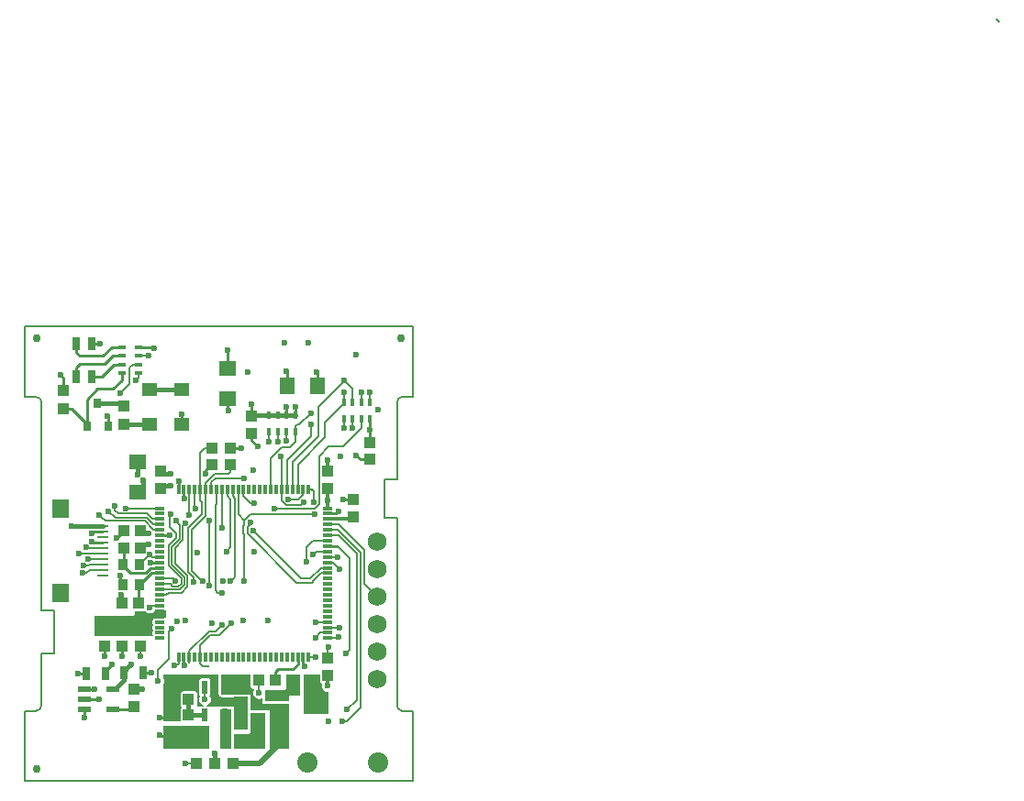
<source format=gbr>
%TF.GenerationSoftware,KiCad,Pcbnew,5.0.2-bee76a0~70~ubuntu18.04.1*%
%TF.CreationDate,2020-02-29T17:30:31-08:00*%
%TF.ProjectId,base,62617365-2e6b-4696-9361-645f70636258,rev?*%
%TF.SameCoordinates,Original*%
%TF.FileFunction,Copper,L1,Top*%
%TF.FilePolarity,Positive*%
%FSLAX46Y46*%
G04 Gerber Fmt 4.6, Leading zero omitted, Abs format (unit mm)*
G04 Created by KiCad (PCBNEW 5.0.2-bee76a0~70~ubuntu18.04.1) date Sat 29 Feb 2020 05:30:31 PM PST*
%MOMM*%
%LPD*%
G01*
G04 APERTURE LIST*
%ADD10C,0.150000*%
%ADD11C,0.750000*%
%ADD12C,1.727200*%
%ADD13R,1.000000X1.100000*%
%ADD14C,1.870000*%
%ADD15R,0.550000X1.200000*%
%ADD16R,0.630000X0.830000*%
%ADD17R,0.800000X0.900000*%
%ADD18R,0.800000X2.000000*%
%ADD19R,1.200000X0.800000*%
%ADD20R,1.000000X1.000000*%
%ADD21R,0.900000X1.000000*%
%ADD22R,0.700000X1.200000*%
%ADD23R,0.450000X0.700000*%
%ADD24R,1.600000X1.400000*%
%ADD25R,0.700000X0.450000*%
%ADD26R,0.300000X0.900000*%
%ADD27R,0.900000X0.300000*%
%ADD28R,0.800000X1.200000*%
%ADD29R,1.400000X1.600000*%
%ADD30R,1.400000X1.200000*%
%ADD31R,1.200000X0.550000*%
%ADD32R,1.100000X1.000000*%
%ADD33R,1.500000X1.700000*%
%ADD34R,1.100000X0.250000*%
%ADD35C,0.600000*%
%ADD36C,0.304800*%
%ADD37C,0.550000*%
%ADD38C,0.203200*%
%ADD39C,0.250000*%
%ADD40C,0.406400*%
%ADD41C,0.160000*%
%ADD42C,0.240000*%
%ADD43C,0.127000*%
%ADD44C,0.254000*%
%ADD45C,0.508000*%
%ADD46C,0.152400*%
%ADD47C,0.063500*%
%ADD48C,0.076200*%
G04 APERTURE END LIST*
D10*
X131000500Y-114280540D02*
X131000500Y-118280540D01*
X162651441Y-102162541D02*
X162651441Y-95050541D01*
X161502382Y-105714800D02*
X162651441Y-105714800D01*
X161502382Y-102162541D02*
X162651441Y-102162541D01*
X129851441Y-123050540D02*
G75*
G02X129351441Y-123550540I-500000J0D01*
G01*
X129351441Y-94550541D02*
G75*
G02X129851441Y-95050541I0J-500000D01*
G01*
X162651441Y-95050541D02*
G75*
G02X163151441Y-94550541I500000J0D01*
G01*
X163151441Y-123550540D02*
G75*
G02X162651441Y-123050540I0J500000D01*
G01*
X128351441Y-88050540D02*
X128351441Y-94550540D01*
X163151441Y-94550541D02*
X164151441Y-94550540D01*
X162651441Y-123050540D02*
X162651441Y-105714800D01*
X164151441Y-123550540D02*
X163151441Y-123550540D01*
X164151441Y-94550540D02*
X164151440Y-88050541D01*
X129851441Y-95050541D02*
X129851441Y-114280540D01*
X128351441Y-94550540D02*
X129351441Y-94550541D01*
X128351441Y-130050540D02*
X162651440Y-130050540D01*
X129851441Y-114280540D02*
X131000500Y-114280540D01*
X161502382Y-102162541D02*
X161502382Y-105714800D01*
X162651440Y-88050540D02*
X128351441Y-88050540D01*
X131000500Y-118280540D02*
X129851441Y-118280540D01*
X128351441Y-123550540D02*
X128351441Y-130050540D01*
X129351441Y-123550540D02*
X128351441Y-123550540D01*
X129851441Y-118280540D02*
X129851441Y-123050540D01*
X162651440Y-130050540D02*
X164151440Y-130050540D01*
X164151440Y-88050541D02*
X162651440Y-88050540D01*
X164151440Y-130050540D02*
X164151441Y-123550540D01*
D11*
X129450000Y-128950000D03*
X129450000Y-89150000D03*
D12*
X160820100Y-120624600D03*
X160820100Y-118084600D03*
X160820100Y-115544600D03*
X160820100Y-113004600D03*
X160820100Y-110464600D03*
X160820100Y-107924600D03*
D13*
X143421100Y-122490600D03*
X143421100Y-120790600D03*
D14*
X160950000Y-128339000D03*
X154350000Y-128339000D03*
D15*
X146784100Y-123956700D03*
X144884100Y-123956700D03*
X144884100Y-121356500D03*
X145834100Y-121356500D03*
X146784100Y-121356500D03*
D13*
X143421100Y-125665600D03*
X143421100Y-123965600D03*
D16*
X149764100Y-126212600D03*
X152064100Y-126212600D03*
D13*
X148247100Y-126300600D03*
X148247100Y-124600600D03*
D17*
X149964100Y-124164600D03*
X151864100Y-124164600D03*
X150914100Y-122064600D03*
D18*
X144834100Y-125958600D03*
X146834100Y-125958600D03*
D19*
X141770100Y-125842600D03*
X141770100Y-124042600D03*
X148247100Y-120867600D03*
X148247100Y-122667600D03*
D20*
X153035100Y-120751600D03*
X154635100Y-120751600D03*
X149860100Y-120751600D03*
X151460100Y-120751600D03*
X158597600Y-104000400D03*
X158597600Y-105600400D03*
D21*
X137376000Y-111898000D03*
X138926000Y-111898000D03*
X137376000Y-110048000D03*
X138926000Y-110048000D03*
D20*
X135674100Y-117614600D03*
X135674100Y-116014600D03*
X138938000Y-106896000D03*
X138938000Y-108496000D03*
X156248100Y-120281600D03*
X156248100Y-118681600D03*
X137325100Y-117614600D03*
X137325100Y-116014600D03*
X138976100Y-117614600D03*
X138976100Y-116014600D03*
X137477500Y-108496000D03*
X137477500Y-106896000D03*
X138849000Y-113601500D03*
X137249000Y-113601500D03*
X140881100Y-101409600D03*
X140881100Y-103009600D03*
X149250000Y-97900000D03*
X149250000Y-96300000D03*
D22*
X134469100Y-92660600D03*
X133069100Y-92660600D03*
X134469100Y-89660600D03*
X133069100Y-89660600D03*
D20*
X156248100Y-101409600D03*
X156248100Y-103009600D03*
D17*
X134089100Y-97240600D03*
X135989100Y-97240600D03*
X135039100Y-95140600D03*
D23*
X153269100Y-97807600D03*
X152469100Y-97807600D03*
X151669100Y-97807600D03*
X150869100Y-97807600D03*
X150869100Y-96257600D03*
X151669100Y-96257600D03*
X152469100Y-96257600D03*
X153269100Y-96257600D03*
X157769100Y-95034600D03*
X158569100Y-95034600D03*
X159369100Y-95034600D03*
X160169100Y-95034600D03*
X160169100Y-96584600D03*
X159369100Y-96584600D03*
X158569100Y-96584600D03*
X157769100Y-96584600D03*
D13*
X137452100Y-97090600D03*
X137452100Y-95390600D03*
D24*
X138722100Y-103355600D03*
X138722100Y-100555600D03*
D25*
X138798600Y-89960600D03*
X138798600Y-90760600D03*
X138798600Y-91560600D03*
X138798600Y-92360600D03*
X137248600Y-92360600D03*
X137248600Y-91560600D03*
X137248600Y-90760600D03*
X137248600Y-89960600D03*
D13*
X131889000Y-95631000D03*
X131889000Y-93931000D03*
D20*
X160150000Y-100350000D03*
X160150000Y-98750000D03*
D26*
X142501100Y-103125600D03*
X143001100Y-103125600D03*
X143501100Y-103125600D03*
X144001100Y-103125600D03*
X144501100Y-103125600D03*
X145001100Y-103125600D03*
X145501100Y-103125600D03*
X146001100Y-103125600D03*
X146501100Y-103125600D03*
X147001100Y-103125600D03*
X147501100Y-103125600D03*
X148001100Y-103125600D03*
X148501100Y-103125600D03*
X149001100Y-103125600D03*
X149501100Y-103125600D03*
X150001100Y-103125600D03*
X150501100Y-103125600D03*
X151001100Y-103125600D03*
X151501100Y-103125600D03*
X152001100Y-103125600D03*
X152501100Y-103125600D03*
X153001100Y-103125600D03*
X153501100Y-103125600D03*
X154001100Y-103125600D03*
X154501100Y-103125600D03*
D27*
X156221100Y-104845600D03*
X156221100Y-105345600D03*
X156221100Y-105845600D03*
X156221100Y-106345600D03*
X156221100Y-106845600D03*
X156221100Y-107345600D03*
X156221100Y-107845600D03*
X156221100Y-108345600D03*
X156221100Y-108845600D03*
X156221100Y-109345600D03*
X156221100Y-109845600D03*
X156221100Y-110345600D03*
X156221100Y-110845600D03*
X156221100Y-111345600D03*
X156221100Y-111845600D03*
X156221100Y-112345600D03*
X156221100Y-112845600D03*
X156221100Y-113345600D03*
X156221100Y-113845600D03*
X156221100Y-114345600D03*
X156221100Y-114845600D03*
X156221100Y-115345600D03*
X156221100Y-115845600D03*
X156221100Y-116345600D03*
X156221100Y-116845600D03*
D26*
X154501100Y-118565600D03*
X154001100Y-118565600D03*
X153501100Y-118565600D03*
X153001100Y-118565600D03*
X152501100Y-118565600D03*
X152001100Y-118565600D03*
X151501100Y-118565600D03*
X151001100Y-118565600D03*
X150501100Y-118565600D03*
X150001100Y-118565600D03*
X149501100Y-118565600D03*
X149001100Y-118565600D03*
X148501100Y-118565600D03*
X148001100Y-118565600D03*
X147501100Y-118565600D03*
X147001100Y-118565600D03*
X146501100Y-118565600D03*
X146001100Y-118565600D03*
X145501100Y-118565600D03*
X145001100Y-118565600D03*
X144501100Y-118565600D03*
X144001100Y-118565600D03*
X143501100Y-118565600D03*
X143001100Y-118565600D03*
X142501100Y-118565600D03*
D27*
X140781100Y-116845600D03*
X140781100Y-116345600D03*
X140781100Y-115845600D03*
X140781100Y-115345600D03*
X140781100Y-114845600D03*
X140781100Y-114345600D03*
X140781100Y-113845600D03*
X140781100Y-113345600D03*
X140781100Y-112845600D03*
X140781100Y-112345600D03*
X140781100Y-111845600D03*
X140781100Y-111345600D03*
X140781100Y-110845600D03*
X140781100Y-110345600D03*
X140781100Y-109845600D03*
X140781100Y-109345600D03*
X140781100Y-108845600D03*
X140781100Y-108345600D03*
X140781100Y-107845600D03*
X140781100Y-107345600D03*
X140781100Y-106845600D03*
X140781100Y-106345600D03*
X140781100Y-105845600D03*
X140781100Y-105345600D03*
X140781100Y-104845600D03*
D28*
X133950000Y-120100000D03*
X135750000Y-120100000D03*
D20*
X138350000Y-121600000D03*
X138350000Y-123200000D03*
D29*
X155300000Y-93550000D03*
X152500000Y-93550000D03*
D28*
X137450000Y-120050000D03*
X139250000Y-120050000D03*
D30*
X142811500Y-93904000D03*
X142811500Y-97104000D03*
X139827000Y-97104000D03*
X139827000Y-93904000D03*
D31*
X136400200Y-121550000D03*
X136400200Y-123450000D03*
X133800000Y-123450000D03*
X133800000Y-122500000D03*
X133800000Y-121550000D03*
D32*
X147508680Y-128401980D03*
X145808680Y-128401980D03*
X145809541Y-128402380D03*
X144109541Y-128402380D03*
D33*
X131609000Y-112675500D03*
X131609000Y-104875500D03*
D34*
X135509000Y-111025500D03*
X135509000Y-110525500D03*
X135509000Y-110025500D03*
X135509000Y-109525500D03*
X135509000Y-109025500D03*
X135509000Y-108525500D03*
X135509000Y-108025500D03*
X135509000Y-107525500D03*
X135509000Y-107025500D03*
X135509000Y-106525500D03*
D32*
X147300000Y-100800000D03*
X145600000Y-100800000D03*
X145600000Y-99300000D03*
X147300000Y-99300000D03*
D24*
X147050000Y-94700000D03*
X147050000Y-91900000D03*
D11*
X163050000Y-89150000D03*
D35*
X156248100Y-121259600D03*
X159369100Y-94158600D03*
X148863000Y-92276900D03*
X148150000Y-123550000D03*
X145834100Y-122656600D03*
X131589000Y-92531000D03*
X135200000Y-122500000D03*
X158900000Y-99950000D03*
X156248100Y-100431600D03*
X157471600Y-100021600D03*
X149800000Y-99150000D03*
X147050000Y-90250000D03*
X139827000Y-113982500D03*
X140779500Y-124206000D03*
X140017500Y-120026711D03*
X137287000Y-118491000D03*
X136334500Y-119253000D03*
X134493000Y-107886500D03*
X134493000Y-107188000D03*
X137096500Y-111061500D03*
X137223500Y-112839500D03*
X139763500Y-107188000D03*
X143002000Y-103949500D03*
X152273000Y-89535000D03*
X152463500Y-92202000D03*
X135953500Y-96329500D03*
X141732000Y-101663504D03*
X138684000Y-101727000D03*
X156337000Y-124523500D03*
X157670500Y-104013000D03*
X149415500Y-101300000D03*
X158851600Y-90614500D03*
X154150000Y-119450000D03*
X139189500Y-121600000D03*
X141675000Y-121225000D03*
X149900000Y-121883309D03*
X142100000Y-119400000D03*
X160900000Y-95700000D03*
X157250000Y-105100000D03*
X139852015Y-109100508D03*
X136779000Y-107569000D03*
X149500000Y-108900000D03*
X146562574Y-111590429D03*
X144257010Y-108904425D03*
X138950000Y-118500000D03*
X151930100Y-121894600D03*
X157924500Y-118237000D03*
X156248100Y-104114600D03*
X157769100Y-97460600D03*
X160169100Y-94158600D03*
X158569100Y-97460600D03*
X156300000Y-117650000D03*
X142750000Y-126700000D03*
X143400000Y-126700000D03*
X139763500Y-108140500D03*
X140716000Y-125793500D03*
X143002000Y-119316500D03*
X134747000Y-121539000D03*
X133223000Y-120078500D03*
X133794500Y-124142500D03*
X147066000Y-95821500D03*
X149225004Y-95250000D03*
X152463500Y-95440500D03*
X153289000Y-95504000D03*
X154432000Y-89535000D03*
X155257500Y-92265500D03*
X148272500Y-99314000D03*
X142811500Y-96139000D03*
X142494000Y-102298500D03*
X141732000Y-102743000D03*
X139255500Y-102235000D03*
X135255000Y-89662000D03*
X155117800Y-118584980D03*
X135700000Y-118550000D03*
X139950000Y-109845600D03*
X143100000Y-115250000D03*
X141700000Y-107350000D03*
X145600000Y-115500000D03*
X148500000Y-115250000D03*
X150750000Y-115250000D03*
X145000000Y-101700000D03*
X143142920Y-128402380D03*
X142350000Y-115300000D03*
X149390100Y-125069600D03*
X150152100Y-125069600D03*
X157769100Y-94158600D03*
X157800000Y-93050000D03*
X140589000Y-120776986D03*
X160121600Y-97637600D03*
X142221604Y-111551579D03*
X141900000Y-115950000D03*
X148526500Y-102050000D03*
X151343682Y-104867182D03*
X154700000Y-96050000D03*
X157350000Y-110450000D03*
X152469100Y-98630900D03*
X151669100Y-98683600D03*
X157200000Y-109350000D03*
X150869100Y-98683600D03*
X151950000Y-100050000D03*
X154022991Y-104298199D03*
X157289500Y-116713006D03*
X133632955Y-110848371D03*
X155151485Y-116800000D03*
X133757078Y-110132033D03*
X157331400Y-115845600D03*
X134175500Y-109537500D03*
X155130516Y-115379500D03*
X133950000Y-108450000D03*
X145350000Y-112000000D03*
X145350000Y-106000000D03*
X143500000Y-105500000D03*
X144100000Y-104900000D03*
X143850000Y-111650000D03*
X144712299Y-111609490D03*
X146550000Y-112650000D03*
X146550000Y-106650000D03*
X146900000Y-108850000D03*
X147289581Y-111592990D03*
X155066509Y-105400000D03*
X148567763Y-111592990D03*
X149500000Y-104350000D03*
X154700000Y-97050000D03*
X152635568Y-104050000D03*
X154950000Y-104250000D03*
X157607004Y-124523500D03*
X158071800Y-123412252D03*
X154300000Y-109750000D03*
X154900000Y-109150000D03*
X149407010Y-106929643D03*
X149150000Y-106150000D03*
X147350000Y-115450000D03*
X146474528Y-115631785D03*
X143100000Y-106200000D03*
X137146799Y-94200000D03*
X142249551Y-105992989D03*
X139750000Y-90750000D03*
X140208000Y-90043000D03*
X141800000Y-105350000D03*
X135191500Y-105473486D03*
X136050000Y-105100000D03*
X136600000Y-104600000D03*
X138557000Y-93027500D03*
X137650000Y-104850000D03*
X155750000Y-122250000D03*
X138112500Y-119253000D03*
X144900000Y-122500000D03*
X133286500Y-109029500D03*
X132588000Y-106489496D03*
X145796034Y-127508000D03*
D36*
X156248100Y-120281600D02*
X156248100Y-121259600D01*
D37*
X145834100Y-121356500D02*
X145834100Y-122656600D01*
D36*
X149860100Y-120751600D02*
X149771100Y-120662600D01*
X156248100Y-101409600D02*
X156248100Y-100431600D01*
D38*
X159369100Y-95034600D02*
X159369100Y-94158600D01*
D39*
X143421100Y-120740600D02*
X143421100Y-120790600D01*
X139250000Y-120050000D02*
X139250000Y-120250000D01*
X142109400Y-120790600D02*
X143421100Y-120790600D01*
X141675000Y-121225000D02*
X141675000Y-121225000D01*
D37*
X145834100Y-122656600D02*
X145834100Y-122656600D01*
D39*
X141300000Y-121600000D02*
X141675000Y-121225000D01*
X131889000Y-93931000D02*
X131889000Y-92831000D01*
X131889000Y-92831000D02*
X131589000Y-92531000D01*
X133800000Y-122500000D02*
X135200000Y-122500000D01*
X135200000Y-122500000D02*
X135200000Y-122500000D01*
X160150000Y-100350000D02*
X159300000Y-100350000D01*
X159300000Y-100350000D02*
X158900000Y-99950000D01*
D36*
X156248100Y-100431600D02*
X156248100Y-100431600D01*
D39*
X149250000Y-97900000D02*
X149250000Y-98600000D01*
X149250000Y-98600000D02*
X149800000Y-99150000D01*
X147050000Y-91900000D02*
X147050000Y-90250000D01*
D38*
X139963900Y-113845600D02*
X139827000Y-113982500D01*
X140781100Y-113845600D02*
X139963900Y-113845600D01*
D39*
X141606700Y-124206000D02*
X140779500Y-124206000D01*
X141770100Y-124042600D02*
X141606700Y-124206000D01*
X139994211Y-120050000D02*
X140017500Y-120026711D01*
X139250000Y-120050000D02*
X139994211Y-120050000D01*
X142501100Y-118565600D02*
X142494000Y-118572700D01*
X137325100Y-117614600D02*
X137325100Y-118452900D01*
X137325100Y-118452900D02*
X137287000Y-118491000D01*
X135750000Y-120100000D02*
X135750000Y-119837500D01*
X135750000Y-119837500D02*
X136334500Y-119253000D01*
X139189500Y-121600000D02*
X139192000Y-121602500D01*
X135509000Y-108025500D02*
X134632000Y-108025500D01*
X134632000Y-108025500D02*
X134493000Y-107886500D01*
X135509000Y-107025500D02*
X134655500Y-107025500D01*
X134655500Y-107025500D02*
X134493000Y-107188000D01*
X137477500Y-106896000D02*
X137452000Y-106896000D01*
X137452000Y-106896000D02*
X136779000Y-107569000D01*
X137096500Y-111618500D02*
X137096500Y-111061500D01*
X137376000Y-111898000D02*
X137096500Y-111618500D01*
X137249000Y-113601500D02*
X137249000Y-112865000D01*
X137249000Y-112865000D02*
X137223500Y-112839500D01*
X139128500Y-107188000D02*
X139763500Y-107188000D01*
X138938000Y-106896000D02*
X138938000Y-106997500D01*
X138938000Y-106997500D02*
X139128500Y-107188000D01*
X143001100Y-103125600D02*
X143001100Y-103948600D01*
X143001100Y-103948600D02*
X143002000Y-103949500D01*
X152500000Y-93550000D02*
X152500000Y-92238500D01*
X152500000Y-92238500D02*
X152463500Y-92202000D01*
X135989100Y-97240600D02*
X135989100Y-96365100D01*
X135989100Y-96365100D02*
X135953500Y-96329500D01*
X154001100Y-119330100D02*
X154051000Y-119380000D01*
X154001100Y-118565600D02*
X154001100Y-119330100D01*
X138950709Y-110023291D02*
X138950709Y-109666200D01*
X138926000Y-110048000D02*
X138950709Y-110023291D01*
D40*
X140881100Y-101409600D02*
X141135004Y-101663504D01*
X141413802Y-101663504D02*
X141732000Y-101663504D01*
X141135004Y-101663504D02*
X141413802Y-101663504D01*
X138722100Y-100555600D02*
X138722100Y-101688900D01*
X138722100Y-101688900D02*
X138684000Y-101727000D01*
D39*
X157683100Y-104000400D02*
X157670500Y-104013000D01*
X158597600Y-104000400D02*
X157683100Y-104000400D01*
D41*
X154001100Y-118565600D02*
X154001100Y-119301100D01*
X154001100Y-119301100D02*
X154150000Y-119450000D01*
X138350000Y-121600000D02*
X139189500Y-121600000D01*
D39*
X141675000Y-121225000D02*
X142109400Y-120790600D01*
D38*
X149860100Y-120751600D02*
X149860100Y-121843409D01*
X149860100Y-121843409D02*
X149900000Y-121883309D01*
D41*
X142501100Y-119175600D02*
X142276700Y-119400000D01*
X142501100Y-118565600D02*
X142501100Y-119175600D01*
X142276700Y-119400000D02*
X142100000Y-119400000D01*
D42*
X156221100Y-105345600D02*
X157004400Y-105345600D01*
X157004400Y-105345600D02*
X157250000Y-105100000D01*
D41*
X140097107Y-109345600D02*
X139852015Y-109100508D01*
X140781100Y-109345600D02*
X140097107Y-109345600D01*
X139852015Y-109121985D02*
X138926000Y-110048000D01*
X139852015Y-109100508D02*
X139852015Y-109121985D01*
D43*
X138976100Y-117614600D02*
X138976100Y-118473900D01*
X138976100Y-118473900D02*
X138950000Y-118500000D01*
D44*
X156221100Y-108345600D02*
X157177100Y-108345600D01*
D38*
X158279999Y-109448499D02*
X158279999Y-117881501D01*
X157177100Y-108345600D02*
X158279999Y-109448499D01*
D41*
X158279999Y-117881501D02*
X157924500Y-118237000D01*
D36*
X156132100Y-118565600D02*
X156248100Y-118681600D01*
X156248100Y-104114600D02*
X156248100Y-103009600D01*
X156248100Y-104818600D02*
X156248100Y-104114600D01*
X156248100Y-104818600D02*
X156221100Y-104845600D01*
D38*
X157769100Y-96584600D02*
X157769100Y-97460600D01*
X160169100Y-95034600D02*
X160169100Y-94158600D01*
X158569100Y-96584600D02*
X158569100Y-97460600D01*
D39*
X149257600Y-96307600D02*
X149250000Y-96300000D01*
D40*
X149292400Y-96257600D02*
X149250000Y-96300000D01*
X153269100Y-96257600D02*
X149292400Y-96257600D01*
D39*
X155300000Y-93650000D02*
X155300000Y-93550000D01*
D38*
X156248100Y-118681600D02*
X156248100Y-117701900D01*
X156248100Y-117701900D02*
X156300000Y-117650000D01*
D39*
X147300000Y-99450000D02*
X147300000Y-99300000D01*
X138938000Y-108178500D02*
X139725500Y-108178500D01*
X139725500Y-108178500D02*
X139763500Y-108140500D01*
X141770100Y-125842600D02*
X140765100Y-125842600D01*
X140765100Y-125842600D02*
X140716000Y-125793500D01*
X143001100Y-119315600D02*
X143002000Y-119316500D01*
X143001100Y-118565600D02*
X143001100Y-119315600D01*
X135674100Y-118412260D02*
X135658860Y-118427500D01*
X135674100Y-117614600D02*
X135674100Y-118412260D01*
X133800000Y-121550000D02*
X134736000Y-121550000D01*
X134736000Y-121550000D02*
X134747000Y-121539000D01*
X133950000Y-120100000D02*
X133244500Y-120100000D01*
X133244500Y-120100000D02*
X133223000Y-120078500D01*
X133800000Y-123450000D02*
X133800000Y-124137000D01*
X133800000Y-124137000D02*
X133794500Y-124142500D01*
X140781100Y-107345600D02*
X141510894Y-107345600D01*
X147050000Y-94700000D02*
X147050000Y-95805500D01*
X147050000Y-95805500D02*
X147066000Y-95821500D01*
X149250000Y-95274996D02*
X149225004Y-95250000D01*
X149250000Y-96300000D02*
X149250000Y-95274996D01*
X152469100Y-96257600D02*
X152469100Y-95446100D01*
X152469100Y-95446100D02*
X152463500Y-95440500D01*
X153269100Y-96257600D02*
X153269100Y-95523900D01*
X153269100Y-95523900D02*
X153289000Y-95504000D01*
X155300000Y-93550000D02*
X155300000Y-92308000D01*
X155300000Y-92308000D02*
X155257500Y-92265500D01*
X147300000Y-99300000D02*
X148258500Y-99300000D01*
X148258500Y-99300000D02*
X148272500Y-99314000D01*
X145600000Y-100800000D02*
X145453000Y-100800000D01*
X145453000Y-100800000D02*
X145224500Y-101028500D01*
X142811500Y-97104000D02*
X142811500Y-96139000D01*
X142501100Y-103125600D02*
X142501100Y-102305600D01*
X142501100Y-102305600D02*
X142494000Y-102298500D01*
D40*
X141147700Y-102743000D02*
X141413802Y-102743000D01*
X140881100Y-103009600D02*
X141147700Y-102743000D01*
X141413802Y-102743000D02*
X141732000Y-102743000D01*
X138722100Y-103355600D02*
X139255500Y-102822200D01*
X139255500Y-102822200D02*
X139255500Y-102553198D01*
X139255500Y-102553198D02*
X139255500Y-102235000D01*
D39*
X135253600Y-89660600D02*
X135255000Y-89662000D01*
X134469100Y-89660600D02*
X135253600Y-89660600D01*
D41*
X154501100Y-118565600D02*
X155098420Y-118565600D01*
X155098420Y-118565600D02*
X155117800Y-118584980D01*
X135674100Y-117614600D02*
X135674100Y-118524100D01*
X135674100Y-118524100D02*
X135700000Y-118550000D01*
D39*
X139950000Y-109845600D02*
X139798404Y-109845600D01*
X140781100Y-109845600D02*
X139950000Y-109845600D01*
D41*
X141510894Y-107345600D02*
X141695600Y-107345600D01*
X141695600Y-107345600D02*
X141700000Y-107350000D01*
D42*
X145600000Y-100800000D02*
X145500000Y-100800000D01*
X145500000Y-100800000D02*
X145000000Y-101300000D01*
X145000000Y-101300000D02*
X145000000Y-101700000D01*
D41*
X144109541Y-128402380D02*
X143142920Y-128402380D01*
D39*
X152064100Y-126312600D02*
X152064100Y-126212600D01*
D45*
X149974720Y-128401980D02*
X152064100Y-126312600D01*
X147508680Y-128401980D02*
X149974720Y-128401980D01*
D39*
X140781100Y-110845600D02*
X139978400Y-110845600D01*
X139978400Y-110845600D02*
X138926000Y-111898000D01*
X138849000Y-111975000D02*
X138926000Y-111898000D01*
X138849000Y-113601500D02*
X138849000Y-111975000D01*
X137477500Y-109946500D02*
X137376000Y-110048000D01*
X137477500Y-108496000D02*
X137477500Y-109946500D01*
X140729098Y-110397602D02*
X139893224Y-110397602D01*
X139893224Y-110397602D02*
X139490825Y-110800001D01*
X140781100Y-110345600D02*
X140729098Y-110397602D01*
X137376000Y-110098000D02*
X137376000Y-110048000D01*
X138078001Y-110800001D02*
X137376000Y-110098000D01*
X139490825Y-110800001D02*
X138078001Y-110800001D01*
D38*
X157769100Y-95034600D02*
X157769100Y-94158600D01*
X157769100Y-95159600D02*
X157769100Y-95034600D01*
X156000000Y-96928700D02*
X157769100Y-95159600D01*
X156000000Y-98300000D02*
X156000000Y-96928700D01*
X153501100Y-100798900D02*
X156000000Y-98300000D01*
X153501100Y-103125600D02*
X153501100Y-100798900D01*
X158569100Y-95034600D02*
X158569100Y-94158600D01*
X158569100Y-94158600D02*
X158569100Y-93819100D01*
X158569100Y-93819100D02*
X157800000Y-93050000D01*
X157800000Y-93050000D02*
X157800000Y-93050000D01*
X153001100Y-103125600D02*
X153001100Y-102472400D01*
X155400000Y-95450000D02*
X157500001Y-93349999D01*
X157500001Y-93349999D02*
X157800000Y-93050000D01*
X155400000Y-98150000D02*
X155400000Y-95450000D01*
X153000000Y-100550000D02*
X155400000Y-98150000D01*
X153000000Y-102471300D02*
X153000000Y-100550000D01*
X153001100Y-102472400D02*
X153000000Y-102471300D01*
X160169100Y-96584600D02*
X160169100Y-96709600D01*
D39*
X160169100Y-98730900D02*
X160150000Y-98750000D01*
X160169100Y-96584600D02*
X160169100Y-98730900D01*
D38*
X160150000Y-97666000D02*
X160121600Y-97637600D01*
X160150000Y-98750000D02*
X160150000Y-97666000D01*
D46*
X140589000Y-119762260D02*
X140589000Y-120399816D01*
X140589000Y-120399816D02*
X140589000Y-120776986D01*
X141600000Y-118751260D02*
X140589000Y-119762260D01*
D41*
X142015625Y-111345600D02*
X142221604Y-111551579D01*
X140781100Y-111345600D02*
X142015625Y-111345600D01*
X141600000Y-116250000D02*
X141600000Y-116500000D01*
X141900000Y-115950000D02*
X141600000Y-116250000D01*
D46*
X141600000Y-116500000D02*
X141600000Y-118751260D01*
D38*
X159369100Y-96584600D02*
X159369100Y-97460600D01*
D43*
X145891601Y-102050000D02*
X148526500Y-102050000D01*
X145501100Y-102440501D02*
X145891601Y-102050000D01*
X145501100Y-103125600D02*
X145501100Y-102440501D01*
D41*
X152450000Y-104867182D02*
X151343682Y-104867182D01*
D46*
X152241338Y-104867182D02*
X152450000Y-104867182D01*
X157679700Y-99150000D02*
X159369100Y-97460600D01*
X155453201Y-104491537D02*
X155453201Y-100046799D01*
X155453201Y-100046799D02*
X156350000Y-99150000D01*
X156350000Y-99150000D02*
X157679700Y-99150000D01*
X155077556Y-104867182D02*
X155453201Y-104491537D01*
X152450000Y-104867182D02*
X155077556Y-104867182D01*
D38*
X153269100Y-97682600D02*
X153269100Y-97807600D01*
X153276700Y-97800000D02*
X153269100Y-97807600D01*
D41*
X153269100Y-97297600D02*
X153466700Y-97100000D01*
X153269100Y-97807600D02*
X153269100Y-97297600D01*
X153650000Y-97100000D02*
X154700000Y-96050000D01*
X153466700Y-97100000D02*
X153650000Y-97100000D01*
D38*
X153269100Y-98683600D02*
X153269100Y-98360800D01*
X153269100Y-98360800D02*
X153269100Y-97807600D01*
X151001100Y-103125600D02*
X151001100Y-100216570D01*
X152038769Y-99178901D02*
X152773799Y-99178901D01*
X151001100Y-100216570D02*
X152038769Y-99178901D01*
X152773799Y-99178901D02*
X153269100Y-98683600D01*
X152469100Y-97807600D02*
X152469100Y-98683600D01*
X152469100Y-98683600D02*
X152469100Y-98683600D01*
D41*
X156221100Y-109845600D02*
X156745600Y-109845600D01*
X156745600Y-109845600D02*
X157350000Y-110450000D01*
D38*
X156221100Y-109345600D02*
X156986100Y-109345600D01*
X151669100Y-97807600D02*
X151669100Y-98683600D01*
X151669100Y-98683600D02*
X151669100Y-98683600D01*
D41*
X156986100Y-109345600D02*
X157195600Y-109345600D01*
X157195600Y-109345600D02*
X157200000Y-109350000D01*
D38*
X150869100Y-97807600D02*
X150869100Y-98683600D01*
X152001100Y-103125600D02*
X152001100Y-100101100D01*
X152001100Y-100101100D02*
X151950000Y-100050000D01*
D46*
X153767989Y-104553201D02*
X154022991Y-104298199D01*
X152401363Y-104553201D02*
X153767989Y-104553201D01*
X152001100Y-104152938D02*
X152401363Y-104553201D01*
X152001100Y-103125600D02*
X152001100Y-104152938D01*
D44*
X137248600Y-93015100D02*
X136436100Y-93827600D01*
X136436100Y-93827600D02*
X135039100Y-93827600D01*
X134089100Y-94777600D02*
X135039100Y-93827600D01*
X134089100Y-97240600D02*
X134089100Y-94777600D01*
X137248600Y-92360600D02*
X137248600Y-93015100D01*
D39*
X134089100Y-97081100D02*
X134089100Y-97240600D01*
X132639000Y-95631000D02*
X134089100Y-97081100D01*
X131889000Y-95631000D02*
X132639000Y-95631000D01*
D40*
X137202100Y-95140600D02*
X137452100Y-95390600D01*
X135039100Y-95140600D02*
X137202100Y-95140600D01*
D44*
X134469100Y-92660600D02*
X135444100Y-92660600D01*
X137248600Y-91560600D02*
X136544100Y-91560600D01*
X136544100Y-91560600D02*
X135444100Y-92660600D01*
X133069100Y-92660600D02*
X133069100Y-91860600D01*
X137248600Y-90760600D02*
X136455100Y-90760600D01*
X135674100Y-91541600D02*
X133388100Y-91541600D01*
X133388100Y-91541600D02*
X133069100Y-91860600D01*
X136455100Y-90760600D02*
X135674100Y-91541600D01*
X135547100Y-90779600D02*
X133388100Y-90779600D01*
X136366100Y-89960600D02*
X135547100Y-90779600D01*
X137248600Y-89960600D02*
X136366100Y-89960600D01*
X133069100Y-89660600D02*
X133069100Y-90460600D01*
X133388100Y-90779600D02*
X133069100Y-90460600D01*
D36*
X158352400Y-105845600D02*
X156221100Y-105845600D01*
X158597600Y-105600400D02*
X158352400Y-105845600D01*
D44*
X153501100Y-119307600D02*
X153073100Y-119735600D01*
X153073100Y-119735600D02*
X151676100Y-119735600D01*
X151676100Y-119735600D02*
X151460100Y-119951600D01*
X151460100Y-120751600D02*
X151460100Y-119951600D01*
X153501100Y-118565600D02*
X153501100Y-119307600D01*
D46*
X156221100Y-116845600D02*
X157156906Y-116845600D01*
X157156906Y-116845600D02*
X157289500Y-116713006D01*
D43*
X135509000Y-110525500D02*
X134298764Y-110525500D01*
X134298764Y-110525500D02*
X133975893Y-110848371D01*
X133975893Y-110848371D02*
X133632955Y-110848371D01*
D41*
X155605885Y-116345600D02*
X155151485Y-116800000D01*
X156221100Y-116345600D02*
X155605885Y-116345600D01*
D43*
X134181342Y-110132033D02*
X133757078Y-110132033D01*
X134287875Y-110025500D02*
X134181342Y-110132033D01*
X135509000Y-110025500D02*
X134287875Y-110025500D01*
D46*
X156221100Y-115845600D02*
X157331400Y-115845600D01*
D43*
X134187500Y-109525500D02*
X134175500Y-109537500D01*
X135509000Y-109525500D02*
X134187500Y-109525500D01*
D46*
X155164416Y-115345600D02*
X155130516Y-115379500D01*
X156221100Y-115345600D02*
X155164416Y-115345600D01*
D43*
X134306500Y-108525500D02*
X134025500Y-108525500D01*
X134025500Y-108525500D02*
X133950000Y-108450000D01*
X135509000Y-108525500D02*
X134025500Y-108525500D01*
D39*
X137452100Y-97040600D02*
X137452100Y-97090600D01*
D40*
X139813600Y-97090600D02*
X139827000Y-97104000D01*
X137452100Y-97090600D02*
X139813600Y-97090600D01*
D43*
X143501100Y-105201100D02*
X143501100Y-103702600D01*
X143501100Y-103702600D02*
X143501100Y-103125600D01*
X145350000Y-112000000D02*
X145350000Y-111575736D01*
X145350000Y-111575736D02*
X145350000Y-106000000D01*
X143500000Y-103126700D02*
X143501100Y-103125600D01*
X143500000Y-105500000D02*
X143500000Y-103126700D01*
X143950000Y-103176700D02*
X144001100Y-103125600D01*
X144000000Y-103126700D02*
X144001100Y-103125600D01*
D41*
X143991351Y-103745349D02*
X143991351Y-104791351D01*
X143991351Y-104791351D02*
X144100000Y-104900000D01*
X144001100Y-103125600D02*
X144001100Y-103735600D01*
X144001100Y-103735600D02*
X143991351Y-103745349D01*
D43*
X144501100Y-103125600D02*
X144501100Y-102348900D01*
X144501100Y-99721900D02*
X144501100Y-102348900D01*
X144923000Y-99300000D02*
X144501100Y-99721900D01*
X145600000Y-99300000D02*
X144923000Y-99300000D01*
D41*
X143400000Y-110425736D02*
X143400000Y-106650000D01*
X143400000Y-106650000D02*
X144650000Y-105400000D01*
X144650000Y-105400000D02*
X144650000Y-104300000D01*
X144501100Y-104151100D02*
X144501100Y-103125600D01*
X144650000Y-104300000D02*
X144501100Y-104151100D01*
D43*
X143850000Y-111209224D02*
X143400000Y-110759224D01*
X143400000Y-110759224D02*
X143400000Y-110425736D01*
X143850000Y-111650000D02*
X143850000Y-111209224D01*
X145000000Y-103126700D02*
X145001100Y-103125600D01*
X147300000Y-101493000D02*
X147300000Y-100800000D01*
X147093000Y-101700000D02*
X147300000Y-101493000D01*
X145849700Y-101700000D02*
X147093000Y-101700000D01*
X145001100Y-103125600D02*
X145001100Y-102548600D01*
X145001100Y-102548600D02*
X145849700Y-101700000D01*
X145001100Y-103125600D02*
X145001100Y-103916596D01*
D41*
X145001100Y-105548900D02*
X145001100Y-103125600D01*
X143750000Y-106800000D02*
X145001100Y-105548900D01*
X143750000Y-110650000D02*
X143750000Y-110500000D01*
X143750000Y-110500000D02*
X143750000Y-106800000D01*
D43*
X143750000Y-110500000D02*
X143750000Y-110647191D01*
X143750000Y-110647191D02*
X144412300Y-111309491D01*
X144412300Y-111309491D02*
X144712299Y-111609490D01*
X146001100Y-103125600D02*
X146001100Y-103702600D01*
D41*
X146001100Y-104457562D02*
X145900000Y-104558662D01*
X146001100Y-103702600D02*
X146001100Y-104457562D01*
X145900000Y-104558662D02*
X145900000Y-105500000D01*
X145900000Y-105500000D02*
X145900000Y-105400000D01*
D43*
X145900000Y-112424264D02*
X145900000Y-112300000D01*
X146550000Y-112650000D02*
X146125736Y-112650000D01*
X146125736Y-112650000D02*
X145900000Y-112424264D01*
D41*
X145900000Y-112300000D02*
X145900000Y-105500000D01*
X146501100Y-106601100D02*
X146550000Y-106650000D01*
X146501100Y-103125600D02*
X146501100Y-106601100D01*
X147001100Y-103735600D02*
X147302499Y-104036999D01*
X147001100Y-103125600D02*
X147001100Y-103735600D01*
X147302499Y-108447501D02*
X147302499Y-107700000D01*
X146900000Y-108850000D02*
X147302499Y-108447501D01*
X147302499Y-104036999D02*
X147302499Y-107700000D01*
X147589580Y-111292991D02*
X147289581Y-111592990D01*
X147701975Y-111180596D02*
X147589580Y-111292991D01*
X147501100Y-103735600D02*
X147701975Y-103936475D01*
X147501100Y-103125600D02*
X147501100Y-103735600D01*
X147701975Y-103936475D02*
X147701975Y-111180596D01*
D43*
X148000000Y-103126700D02*
X148001100Y-103125600D01*
X148001100Y-103702600D02*
X148001100Y-103125600D01*
D41*
X148567763Y-106432237D02*
X148492999Y-106507001D01*
X148492999Y-106507001D02*
X148492999Y-107143361D01*
X148567763Y-107218125D02*
X148567763Y-111168726D01*
X148492999Y-107143361D02*
X148567763Y-107218125D01*
X148567763Y-111168726D02*
X148567763Y-111592990D01*
X148567763Y-105981875D02*
X148567763Y-106432237D01*
X155066509Y-105400000D02*
X149149638Y-105400000D01*
X149149638Y-105400000D02*
X148567763Y-105981875D01*
X148001100Y-105415212D02*
X148567763Y-105981875D01*
X148001100Y-103125600D02*
X148001100Y-105415212D01*
D43*
X148501100Y-103702600D02*
X148501100Y-103125600D01*
X149148500Y-104350000D02*
X148501100Y-103702600D01*
X149500000Y-104350000D02*
X149148500Y-104350000D01*
D38*
X152501100Y-102472400D02*
X152501100Y-103125600D01*
X152501100Y-100422047D02*
X152501100Y-102472400D01*
X153950000Y-98973147D02*
X152501100Y-100422047D01*
D41*
X153950000Y-98973147D02*
X154700000Y-98223147D01*
X154700000Y-98223147D02*
X154700000Y-97050000D01*
D43*
X154001100Y-103622958D02*
X153574058Y-104050000D01*
X153574058Y-104050000D02*
X153059832Y-104050000D01*
X153059832Y-104050000D02*
X152635568Y-104050000D01*
X154001100Y-103125600D02*
X154001100Y-103622958D01*
X154800000Y-103147500D02*
X154778100Y-103125600D01*
D41*
X154950000Y-103297500D02*
X154778100Y-103125600D01*
X154950000Y-104250000D02*
X154950000Y-103297500D01*
X154778100Y-103125600D02*
X154501100Y-103125600D01*
D38*
X159600000Y-111784500D02*
X160820100Y-113004600D01*
X159600000Y-108700000D02*
X159600000Y-111784500D01*
X156221100Y-106345600D02*
X157245600Y-106345600D01*
X157245600Y-106345600D02*
X159600000Y-108700000D01*
X156221100Y-106845600D02*
X157195600Y-106845600D01*
X159269790Y-108919790D02*
X159269790Y-123284978D01*
X157195600Y-106845600D02*
X159269790Y-108919790D01*
X158031268Y-124523500D02*
X157607004Y-124523500D01*
X159269790Y-123284978D02*
X158031268Y-124523500D01*
X158939580Y-122544472D02*
X158071800Y-123412252D01*
X158939580Y-109056566D02*
X158939580Y-122544472D01*
X156221100Y-107345600D02*
X157228614Y-107345600D01*
X157228614Y-107345600D02*
X158939580Y-109056566D01*
D43*
X154917400Y-107845600D02*
X154300000Y-108463000D01*
X156221100Y-107845600D02*
X154917400Y-107845600D01*
X154300000Y-108463000D02*
X154300000Y-109750000D01*
D46*
X156221100Y-108845600D02*
X155441400Y-108845600D01*
D41*
X156221100Y-108845600D02*
X155204400Y-108845600D01*
X155204400Y-108845600D02*
X154900000Y-109150000D01*
D46*
X156213100Y-110337600D02*
X156213100Y-110337600D01*
X156213100Y-110337600D02*
X156221100Y-110345600D01*
D43*
X154650000Y-111339700D02*
X155644100Y-110345600D01*
X155644100Y-110345600D02*
X156221100Y-110345600D01*
D41*
X149707009Y-107229642D02*
X149407010Y-106929643D01*
X154650000Y-111339700D02*
X153817067Y-111339700D01*
X153817067Y-111339700D02*
X149707009Y-107229642D01*
D43*
X155644100Y-110845600D02*
X155000000Y-111489700D01*
X156221100Y-110845600D02*
X155644100Y-110845600D01*
D41*
X154789700Y-111700000D02*
X155000000Y-111489700D01*
X153400000Y-111700000D02*
X154789700Y-111700000D01*
X148900000Y-107200000D02*
X153400000Y-111700000D01*
X148900000Y-106550000D02*
X148900000Y-107200000D01*
X149150000Y-106150000D02*
X149150000Y-106300000D01*
X149150000Y-106300000D02*
X148900000Y-106550000D01*
X144762564Y-119437064D02*
X145282551Y-119437064D01*
X144501100Y-119175600D02*
X144762564Y-119437064D01*
X144501100Y-118565600D02*
X144501100Y-119175600D01*
D43*
X145282551Y-119437064D02*
X145300000Y-119395160D01*
X147350000Y-115450000D02*
X146250000Y-116550000D01*
X146250000Y-116550000D02*
X145450000Y-116550000D01*
X144501100Y-117498900D02*
X144501100Y-118565600D01*
X145450000Y-116550000D02*
X144501100Y-117498900D01*
X143501100Y-119142600D02*
X143501100Y-118565600D01*
X145289700Y-116200000D02*
X145906313Y-116200000D01*
X145906313Y-116200000D02*
X146174529Y-115931784D01*
X143501100Y-117988600D02*
X145289700Y-116200000D01*
X146174529Y-115931784D02*
X146474528Y-115631785D01*
X143501100Y-118565600D02*
X143501100Y-117988600D01*
D46*
X138778200Y-91581000D02*
X138798600Y-91560600D01*
D41*
X141391100Y-112845600D02*
X141586700Y-112650000D01*
X140781100Y-112845600D02*
X141391100Y-112845600D01*
X141586700Y-112650000D02*
X142750000Y-112650000D01*
X143300000Y-112055893D02*
X143337010Y-112018883D01*
X142750000Y-112650000D02*
X143300000Y-112100000D01*
X143300000Y-112100000D02*
X143300000Y-112055893D01*
X143337010Y-111081117D02*
X143168882Y-110912990D01*
X143337010Y-112018883D02*
X143337010Y-111081117D01*
X143168882Y-110912990D02*
X142187010Y-109931118D01*
D43*
X142187010Y-109931118D02*
X142187010Y-108512990D01*
X142187010Y-108512990D02*
X142900000Y-107800000D01*
D41*
X142900000Y-107800000D02*
X142900000Y-106400000D01*
X142900000Y-106400000D02*
X143100000Y-106200000D01*
X138288600Y-91560600D02*
X138000000Y-91849200D01*
X138798600Y-91560600D02*
X138288600Y-91560600D01*
X138000000Y-91849200D02*
X138000000Y-93350000D01*
X137150000Y-94200000D02*
X137146799Y-94200000D01*
X138000000Y-93350000D02*
X137150000Y-94200000D01*
D46*
X138798600Y-90760600D02*
X139617400Y-90760600D01*
X139617400Y-90760600D02*
X139636500Y-90741500D01*
D41*
X142600000Y-106343438D02*
X142549550Y-106292988D01*
X141900000Y-108400000D02*
X142600000Y-107700000D01*
X142604400Y-112345600D02*
X143050000Y-111900000D01*
X143050000Y-111200000D02*
X141900000Y-110050000D01*
X140781100Y-112345600D02*
X142604400Y-112345600D01*
X143050000Y-111900000D02*
X143050000Y-111200000D01*
X142549550Y-106292988D02*
X142249551Y-105992989D01*
X142600000Y-107700000D02*
X142600000Y-106343438D01*
X141900000Y-110050000D02*
X141900000Y-108400000D01*
X139617400Y-90760600D02*
X139739400Y-90760600D01*
X139739400Y-90760600D02*
X139750000Y-90750000D01*
D43*
X138923600Y-89960600D02*
X138944000Y-89981000D01*
X138798600Y-89960600D02*
X138923600Y-89960600D01*
D41*
X142485517Y-112058589D02*
X142750000Y-111794106D01*
X142750000Y-111794106D02*
X142750000Y-111305894D01*
X140781100Y-111845600D02*
X141745600Y-111845600D01*
X141745600Y-111845600D02*
X141958589Y-112058589D01*
X141958589Y-112058589D02*
X142485517Y-112058589D01*
X141612989Y-108281117D02*
X142300000Y-107594106D01*
X141612989Y-110168883D02*
X141612989Y-108281117D01*
X142750000Y-111305894D02*
X141612989Y-110168883D01*
D42*
X138798600Y-89960600D02*
X140125600Y-89960600D01*
X140125600Y-89960600D02*
X140208000Y-90043000D01*
D41*
X142300000Y-107594106D02*
X142300000Y-107150000D01*
X142300000Y-107150000D02*
X141700000Y-106550000D01*
X141700000Y-106550000D02*
X141700000Y-105450000D01*
X141700000Y-105450000D02*
X141800000Y-105350000D01*
D43*
X140781100Y-106845600D02*
X140204100Y-106845600D01*
X139377999Y-106019499D02*
X135737513Y-106019499D01*
X135419999Y-105701985D02*
X135191500Y-105473486D01*
X140204100Y-106845600D02*
X139377999Y-106019499D01*
X135737513Y-106019499D02*
X135419999Y-105701985D01*
X140781100Y-106345600D02*
X140134100Y-106345600D01*
X140134100Y-106345600D02*
X139553985Y-105765485D01*
X136715485Y-105765485D02*
X136950000Y-105765485D01*
X136050000Y-105100000D02*
X136715485Y-105765485D01*
X139553985Y-105765485D02*
X136950000Y-105765485D01*
X140072100Y-105845600D02*
X139570076Y-105343576D01*
X140781100Y-105845600D02*
X140072100Y-105845600D01*
X136919312Y-105343576D02*
X137250000Y-105343576D01*
X136600000Y-104600000D02*
X136600000Y-105024264D01*
X136600000Y-105024264D02*
X136919312Y-105343576D01*
X139570076Y-105343576D02*
X137250000Y-105343576D01*
X137250000Y-105343576D02*
X136991609Y-105343576D01*
D46*
X137650000Y-104850000D02*
X140776700Y-104850000D01*
X140776700Y-104850000D02*
X140781100Y-104845600D01*
X138798600Y-92360600D02*
X138798600Y-92785900D01*
X138798600Y-92785900D02*
X138557000Y-93027500D01*
D40*
X143421100Y-123965600D02*
X144875200Y-123965600D01*
X144875200Y-123965600D02*
X144884100Y-123956700D01*
X143421100Y-123965600D02*
X143421100Y-122490600D01*
D39*
X138100000Y-123450000D02*
X138350000Y-123200000D01*
X136400200Y-123450000D02*
X138100000Y-123450000D01*
D40*
X137450000Y-120050000D02*
X137450000Y-119915500D01*
X137450000Y-119915500D02*
X137884001Y-119481499D01*
X137884001Y-119481499D02*
X138112500Y-119253000D01*
X137450000Y-120741000D02*
X137450000Y-120050000D01*
X136400200Y-121550000D02*
X136641000Y-121550000D01*
X136641000Y-121550000D02*
X137450000Y-120741000D01*
X139827000Y-93904000D02*
X142811500Y-93904000D01*
D43*
X144950000Y-121290600D02*
X144884100Y-121356500D01*
X144900000Y-121372400D02*
X144884100Y-121356500D01*
X144900000Y-122500000D02*
X144900000Y-121372400D01*
X133290500Y-109025500D02*
X133286500Y-109029500D01*
X135509000Y-109025500D02*
X133290500Y-109025500D01*
D46*
X217975100Y-59676600D02*
X218190100Y-59891600D01*
D40*
X135509000Y-106525500D02*
X132624004Y-106525500D01*
X132624004Y-106525500D02*
X132588000Y-106489496D01*
X145808680Y-127520646D02*
X145796034Y-127508000D01*
X145808680Y-128401980D02*
X145808680Y-127520646D01*
D47*
G36*
X153612850Y-122053350D02*
X152628600Y-122053350D01*
X152622406Y-122053960D01*
X152616450Y-122055767D01*
X152610961Y-122058701D01*
X152606149Y-122062649D01*
X152602201Y-122067461D01*
X152599267Y-122072950D01*
X152597460Y-122078906D01*
X152596850Y-122085100D01*
X152596850Y-122561350D01*
X150501350Y-122561350D01*
X150501350Y-121608850D01*
X152374600Y-121608850D01*
X152380794Y-121608240D01*
X152386750Y-121606433D01*
X152392239Y-121603499D01*
X152397051Y-121599551D01*
X152400999Y-121594739D01*
X152403933Y-121589250D01*
X152405740Y-121583294D01*
X152406350Y-121577100D01*
X152406350Y-120211850D01*
X153612850Y-120211850D01*
X153612850Y-122053350D01*
X153612850Y-122053350D01*
G37*
X153612850Y-122053350D02*
X152628600Y-122053350D01*
X152622406Y-122053960D01*
X152616450Y-122055767D01*
X152610961Y-122058701D01*
X152606149Y-122062649D01*
X152602201Y-122067461D01*
X152599267Y-122072950D01*
X152597460Y-122078906D01*
X152596850Y-122085100D01*
X152596850Y-122561350D01*
X150501350Y-122561350D01*
X150501350Y-121608850D01*
X152374600Y-121608850D01*
X152380794Y-121608240D01*
X152386750Y-121606433D01*
X152392239Y-121603499D01*
X152397051Y-121599551D01*
X152400999Y-121594739D01*
X152403933Y-121589250D01*
X152405740Y-121583294D01*
X152406350Y-121577100D01*
X152406350Y-120211850D01*
X153612850Y-120211850D01*
X153612850Y-122053350D01*
G36*
X145230850Y-127006350D02*
X141103350Y-127006350D01*
X141103350Y-124910850D01*
X145230850Y-124910850D01*
X145230850Y-127006350D01*
X145230850Y-127006350D01*
G37*
X145230850Y-127006350D02*
X141103350Y-127006350D01*
X141103350Y-124910850D01*
X145230850Y-124910850D01*
X145230850Y-127006350D01*
D48*
G36*
X141300200Y-114911318D02*
X141288362Y-114907727D01*
X141231100Y-114902087D01*
X140331100Y-114902087D01*
X140273838Y-114907727D01*
X140218777Y-114924429D01*
X140168033Y-114951553D01*
X140123555Y-114988055D01*
X140087053Y-115032533D01*
X140059929Y-115083277D01*
X140043227Y-115138338D01*
X140037587Y-115195600D01*
X140037587Y-115495600D01*
X140043227Y-115552862D01*
X140056191Y-115595600D01*
X140043227Y-115638338D01*
X140037587Y-115695600D01*
X140037587Y-115995600D01*
X140043227Y-116052862D01*
X140056191Y-116095600D01*
X140043227Y-116138338D01*
X140037587Y-116195600D01*
X140037587Y-116495600D01*
X140043227Y-116552862D01*
X140056191Y-116595600D01*
X140055251Y-116598700D01*
X134747000Y-116598700D01*
X134747000Y-114744500D01*
X138391900Y-114744500D01*
X138399333Y-114743768D01*
X138406480Y-114741600D01*
X138413067Y-114738079D01*
X138418841Y-114733341D01*
X138423579Y-114727567D01*
X138427100Y-114720980D01*
X138429268Y-114713833D01*
X138430000Y-114706400D01*
X138430000Y-114395013D01*
X139349000Y-114395013D01*
X139397391Y-114390247D01*
X139449558Y-114442414D01*
X139546535Y-114507212D01*
X139654291Y-114551846D01*
X139768683Y-114574600D01*
X139885317Y-114574600D01*
X139999709Y-114551846D01*
X140107465Y-114507212D01*
X140204442Y-114442414D01*
X140286914Y-114359942D01*
X140334240Y-114289113D01*
X141231100Y-114289113D01*
X141288362Y-114283473D01*
X141300200Y-114279882D01*
X141300200Y-114911318D01*
X141300200Y-114911318D01*
G37*
X141300200Y-114911318D02*
X141288362Y-114907727D01*
X141231100Y-114902087D01*
X140331100Y-114902087D01*
X140273838Y-114907727D01*
X140218777Y-114924429D01*
X140168033Y-114951553D01*
X140123555Y-114988055D01*
X140087053Y-115032533D01*
X140059929Y-115083277D01*
X140043227Y-115138338D01*
X140037587Y-115195600D01*
X140037587Y-115495600D01*
X140043227Y-115552862D01*
X140056191Y-115595600D01*
X140043227Y-115638338D01*
X140037587Y-115695600D01*
X140037587Y-115995600D01*
X140043227Y-116052862D01*
X140056191Y-116095600D01*
X140043227Y-116138338D01*
X140037587Y-116195600D01*
X140037587Y-116495600D01*
X140043227Y-116552862D01*
X140056191Y-116595600D01*
X140055251Y-116598700D01*
X134747000Y-116598700D01*
X134747000Y-114744500D01*
X138391900Y-114744500D01*
X138399333Y-114743768D01*
X138406480Y-114741600D01*
X138413067Y-114738079D01*
X138418841Y-114733341D01*
X138423579Y-114727567D01*
X138427100Y-114720980D01*
X138429268Y-114713833D01*
X138430000Y-114706400D01*
X138430000Y-114395013D01*
X139349000Y-114395013D01*
X139397391Y-114390247D01*
X139449558Y-114442414D01*
X139546535Y-114507212D01*
X139654291Y-114551846D01*
X139768683Y-114574600D01*
X139885317Y-114574600D01*
X139999709Y-114551846D01*
X140107465Y-114507212D01*
X140204442Y-114442414D01*
X140286914Y-114359942D01*
X140334240Y-114289113D01*
X141231100Y-114289113D01*
X141288362Y-114283473D01*
X141300200Y-114279882D01*
X141300200Y-114911318D01*
D47*
G36*
X149077767Y-120202875D02*
X149072968Y-120251600D01*
X149072968Y-121251600D01*
X149078485Y-121307617D01*
X149094825Y-121361481D01*
X149121358Y-121411122D01*
X149157067Y-121454633D01*
X149200578Y-121490342D01*
X149250219Y-121516875D01*
X149304083Y-121533215D01*
X149360100Y-121538732D01*
X149425763Y-121538732D01*
X149380915Y-121605852D01*
X149336760Y-121712452D01*
X149314250Y-121825618D01*
X149314250Y-121941000D01*
X149336760Y-122054166D01*
X149380915Y-122160766D01*
X149445018Y-122256703D01*
X149526606Y-122338291D01*
X149622543Y-122402394D01*
X149729143Y-122446549D01*
X149842309Y-122469059D01*
X149957691Y-122469059D01*
X150070857Y-122446549D01*
X150177457Y-122402394D01*
X150183850Y-122398122D01*
X150183850Y-122847100D01*
X150184460Y-122853294D01*
X150186267Y-122859250D01*
X150189201Y-122864739D01*
X150193149Y-122869551D01*
X150197961Y-122873499D01*
X150203450Y-122876433D01*
X150209406Y-122878240D01*
X150215600Y-122878850D01*
X152596850Y-122878850D01*
X152596850Y-127006350D01*
X150882350Y-127006350D01*
X150882350Y-123456700D01*
X150881740Y-123450506D01*
X150879933Y-123444550D01*
X150876999Y-123439061D01*
X150873051Y-123434249D01*
X150868239Y-123430301D01*
X150862750Y-123427367D01*
X150856794Y-123425560D01*
X150850600Y-123424950D01*
X149104350Y-123424950D01*
X149104350Y-123192495D01*
X149112375Y-123177481D01*
X149128715Y-123123617D01*
X149134232Y-123067600D01*
X149134232Y-122267600D01*
X149128715Y-122211583D01*
X149112375Y-122157719D01*
X149104350Y-122142705D01*
X149104350Y-121983500D01*
X149103740Y-121977306D01*
X149101933Y-121971350D01*
X149098999Y-121965861D01*
X149095051Y-121961049D01*
X149090239Y-121957101D01*
X149084750Y-121954167D01*
X149078794Y-121952360D01*
X149072404Y-121951751D01*
X146431750Y-121968054D01*
X146431750Y-120182001D01*
X149077767Y-120202875D01*
X149077767Y-120202875D01*
G37*
X149077767Y-120202875D02*
X149072968Y-120251600D01*
X149072968Y-121251600D01*
X149078485Y-121307617D01*
X149094825Y-121361481D01*
X149121358Y-121411122D01*
X149157067Y-121454633D01*
X149200578Y-121490342D01*
X149250219Y-121516875D01*
X149304083Y-121533215D01*
X149360100Y-121538732D01*
X149425763Y-121538732D01*
X149380915Y-121605852D01*
X149336760Y-121712452D01*
X149314250Y-121825618D01*
X149314250Y-121941000D01*
X149336760Y-122054166D01*
X149380915Y-122160766D01*
X149445018Y-122256703D01*
X149526606Y-122338291D01*
X149622543Y-122402394D01*
X149729143Y-122446549D01*
X149842309Y-122469059D01*
X149957691Y-122469059D01*
X150070857Y-122446549D01*
X150177457Y-122402394D01*
X150183850Y-122398122D01*
X150183850Y-122847100D01*
X150184460Y-122853294D01*
X150186267Y-122859250D01*
X150189201Y-122864739D01*
X150193149Y-122869551D01*
X150197961Y-122873499D01*
X150203450Y-122876433D01*
X150209406Y-122878240D01*
X150215600Y-122878850D01*
X152596850Y-122878850D01*
X152596850Y-127006350D01*
X150882350Y-127006350D01*
X150882350Y-123456700D01*
X150881740Y-123450506D01*
X150879933Y-123444550D01*
X150876999Y-123439061D01*
X150873051Y-123434249D01*
X150868239Y-123430301D01*
X150862750Y-123427367D01*
X150856794Y-123425560D01*
X150850600Y-123424950D01*
X149104350Y-123424950D01*
X149104350Y-123192495D01*
X149112375Y-123177481D01*
X149128715Y-123123617D01*
X149134232Y-123067600D01*
X149134232Y-122267600D01*
X149128715Y-122211583D01*
X149112375Y-122157719D01*
X149104350Y-122142705D01*
X149104350Y-121983500D01*
X149103740Y-121977306D01*
X149101933Y-121971350D01*
X149098999Y-121965861D01*
X149095051Y-121961049D01*
X149090239Y-121957101D01*
X149084750Y-121954167D01*
X149078794Y-121952360D01*
X149072404Y-121951751D01*
X146431750Y-121968054D01*
X146431750Y-120182001D01*
X149077767Y-120202875D01*
G36*
X150437850Y-127006350D02*
X147580350Y-127006350D01*
X147580350Y-125672850D01*
X149072600Y-125672850D01*
X149078794Y-125672240D01*
X149084750Y-125670433D01*
X149090239Y-125667499D01*
X149095051Y-125663551D01*
X149098999Y-125658739D01*
X149101933Y-125653250D01*
X149103740Y-125647294D01*
X149104350Y-125641100D01*
X149104350Y-123742450D01*
X150437850Y-123742450D01*
X150437850Y-127006350D01*
X150437850Y-127006350D01*
G37*
X150437850Y-127006350D02*
X147580350Y-127006350D01*
X147580350Y-125672850D01*
X149072600Y-125672850D01*
X149078794Y-125672240D01*
X149084750Y-125670433D01*
X149090239Y-125667499D01*
X149095051Y-125663551D01*
X149098999Y-125658739D01*
X149101933Y-125653250D01*
X149103740Y-125647294D01*
X149104350Y-125641100D01*
X149104350Y-123742450D01*
X150437850Y-123742450D01*
X150437850Y-127006350D01*
D48*
G36*
X155454587Y-120781600D02*
X155460227Y-120838862D01*
X155476929Y-120893923D01*
X155504053Y-120944667D01*
X155540555Y-120989145D01*
X155585033Y-121025647D01*
X155635777Y-121052771D01*
X155686512Y-121068161D01*
X155678754Y-121086891D01*
X155656000Y-121201283D01*
X155656000Y-121317917D01*
X155678754Y-121432309D01*
X155723388Y-121540065D01*
X155788186Y-121637042D01*
X155870658Y-121719514D01*
X155967635Y-121784312D01*
X156075391Y-121828946D01*
X156189783Y-121851700D01*
X156235400Y-121851700D01*
X156235400Y-123736100D01*
X154051000Y-123736100D01*
X154051000Y-120205500D01*
X155454587Y-120205500D01*
X155454587Y-120781600D01*
X155454587Y-120781600D01*
G37*
X155454587Y-120781600D02*
X155460227Y-120838862D01*
X155476929Y-120893923D01*
X155504053Y-120944667D01*
X155540555Y-120989145D01*
X155585033Y-121025647D01*
X155635777Y-121052771D01*
X155686512Y-121068161D01*
X155678754Y-121086891D01*
X155656000Y-121201283D01*
X155656000Y-121317917D01*
X155678754Y-121432309D01*
X155723388Y-121540065D01*
X155788186Y-121637042D01*
X155870658Y-121719514D01*
X155967635Y-121784312D01*
X156075391Y-121828946D01*
X156189783Y-121851700D01*
X156235400Y-121851700D01*
X156235400Y-123736100D01*
X154051000Y-123736100D01*
X154051000Y-120205500D01*
X155454587Y-120205500D01*
X155454587Y-120781600D01*
D47*
G36*
X147262850Y-127006350D02*
X146310350Y-127006350D01*
X146310350Y-123386850D01*
X147262850Y-123386850D01*
X147262850Y-127006350D01*
X147262850Y-127006350D01*
G37*
X147262850Y-127006350D02*
X146310350Y-127006350D01*
X146310350Y-123386850D01*
X147262850Y-123386850D01*
X147262850Y-127006350D01*
G36*
X146114250Y-122000000D02*
X146136682Y-122110980D01*
X146199196Y-122203299D01*
X146292280Y-122264669D01*
X146401764Y-122285745D01*
X148786850Y-122271020D01*
X148786850Y-123456700D01*
X148808601Y-123566052D01*
X148820393Y-123583700D01*
X148808601Y-123601348D01*
X148786850Y-123710700D01*
X148786850Y-125228350D01*
X147580350Y-125228350D01*
X147580350Y-123101100D01*
X147579740Y-123094906D01*
X147577933Y-123088950D01*
X147574999Y-123083461D01*
X147571051Y-123078649D01*
X147566239Y-123074701D01*
X147560750Y-123071767D01*
X147554794Y-123069960D01*
X147548600Y-123069350D01*
X145040140Y-123069350D01*
X145070857Y-123063240D01*
X145177457Y-123019085D01*
X145273394Y-122954982D01*
X145354982Y-122873394D01*
X145419085Y-122777457D01*
X145463240Y-122670857D01*
X145485750Y-122557691D01*
X145485750Y-122442309D01*
X145463240Y-122329143D01*
X145419085Y-122222543D01*
X145370319Y-122149559D01*
X145397842Y-122116022D01*
X145424375Y-122066381D01*
X145440715Y-122012517D01*
X145446232Y-121956500D01*
X145446232Y-120756500D01*
X145440715Y-120700483D01*
X145424375Y-120646619D01*
X145397842Y-120596978D01*
X145362133Y-120553467D01*
X145318622Y-120517758D01*
X145268981Y-120491225D01*
X145215117Y-120474885D01*
X145159100Y-120469368D01*
X144609100Y-120469368D01*
X144553083Y-120474885D01*
X144499219Y-120491225D01*
X144449578Y-120517758D01*
X144406067Y-120553467D01*
X144370358Y-120596978D01*
X144343825Y-120646619D01*
X144327485Y-120700483D01*
X144321968Y-120756500D01*
X144321968Y-121956500D01*
X144327485Y-122012517D01*
X144343825Y-122066381D01*
X144370358Y-122116022D01*
X144406067Y-122159533D01*
X144417014Y-122168517D01*
X144380915Y-122222543D01*
X144336760Y-122329143D01*
X144314250Y-122442309D01*
X144314250Y-122557691D01*
X144336760Y-122670857D01*
X144380915Y-122777457D01*
X144445018Y-122873394D01*
X144526606Y-122954982D01*
X144622543Y-123019085D01*
X144729143Y-123063240D01*
X144759860Y-123069350D01*
X144205400Y-123069350D01*
X144208232Y-123040600D01*
X144208232Y-121940600D01*
X144202715Y-121884583D01*
X144186375Y-121830719D01*
X144159842Y-121781078D01*
X144124133Y-121737567D01*
X144080622Y-121701858D01*
X144030981Y-121675325D01*
X143977117Y-121658985D01*
X143921100Y-121653468D01*
X142921100Y-121653468D01*
X142865083Y-121658985D01*
X142811219Y-121675325D01*
X142761578Y-121701858D01*
X142718067Y-121737567D01*
X142682358Y-121781078D01*
X142655825Y-121830719D01*
X142639485Y-121884583D01*
X142633968Y-121940600D01*
X142633968Y-123040600D01*
X142639485Y-123096617D01*
X142655825Y-123150481D01*
X142682358Y-123200122D01*
X142690850Y-123210470D01*
X142690850Y-123245730D01*
X142682358Y-123256078D01*
X142655825Y-123305719D01*
X142639485Y-123359583D01*
X142633968Y-123415600D01*
X142633968Y-124466350D01*
X141081750Y-124466350D01*
X141081750Y-121093856D01*
X141108085Y-121054443D01*
X141152240Y-120947843D01*
X141174750Y-120834677D01*
X141174750Y-120719295D01*
X141152240Y-120606129D01*
X141108085Y-120499529D01*
X141081750Y-120460116D01*
X141081750Y-120211850D01*
X146114250Y-120211850D01*
X146114250Y-122000000D01*
X146114250Y-122000000D01*
G37*
X146114250Y-122000000D02*
X146136682Y-122110980D01*
X146199196Y-122203299D01*
X146292280Y-122264669D01*
X146401764Y-122285745D01*
X148786850Y-122271020D01*
X148786850Y-123456700D01*
X148808601Y-123566052D01*
X148820393Y-123583700D01*
X148808601Y-123601348D01*
X148786850Y-123710700D01*
X148786850Y-125228350D01*
X147580350Y-125228350D01*
X147580350Y-123101100D01*
X147579740Y-123094906D01*
X147577933Y-123088950D01*
X147574999Y-123083461D01*
X147571051Y-123078649D01*
X147566239Y-123074701D01*
X147560750Y-123071767D01*
X147554794Y-123069960D01*
X147548600Y-123069350D01*
X145040140Y-123069350D01*
X145070857Y-123063240D01*
X145177457Y-123019085D01*
X145273394Y-122954982D01*
X145354982Y-122873394D01*
X145419085Y-122777457D01*
X145463240Y-122670857D01*
X145485750Y-122557691D01*
X145485750Y-122442309D01*
X145463240Y-122329143D01*
X145419085Y-122222543D01*
X145370319Y-122149559D01*
X145397842Y-122116022D01*
X145424375Y-122066381D01*
X145440715Y-122012517D01*
X145446232Y-121956500D01*
X145446232Y-120756500D01*
X145440715Y-120700483D01*
X145424375Y-120646619D01*
X145397842Y-120596978D01*
X145362133Y-120553467D01*
X145318622Y-120517758D01*
X145268981Y-120491225D01*
X145215117Y-120474885D01*
X145159100Y-120469368D01*
X144609100Y-120469368D01*
X144553083Y-120474885D01*
X144499219Y-120491225D01*
X144449578Y-120517758D01*
X144406067Y-120553467D01*
X144370358Y-120596978D01*
X144343825Y-120646619D01*
X144327485Y-120700483D01*
X144321968Y-120756500D01*
X144321968Y-121956500D01*
X144327485Y-122012517D01*
X144343825Y-122066381D01*
X144370358Y-122116022D01*
X144406067Y-122159533D01*
X144417014Y-122168517D01*
X144380915Y-122222543D01*
X144336760Y-122329143D01*
X144314250Y-122442309D01*
X144314250Y-122557691D01*
X144336760Y-122670857D01*
X144380915Y-122777457D01*
X144445018Y-122873394D01*
X144526606Y-122954982D01*
X144622543Y-123019085D01*
X144729143Y-123063240D01*
X144759860Y-123069350D01*
X144205400Y-123069350D01*
X144208232Y-123040600D01*
X144208232Y-121940600D01*
X144202715Y-121884583D01*
X144186375Y-121830719D01*
X144159842Y-121781078D01*
X144124133Y-121737567D01*
X144080622Y-121701858D01*
X144030981Y-121675325D01*
X143977117Y-121658985D01*
X143921100Y-121653468D01*
X142921100Y-121653468D01*
X142865083Y-121658985D01*
X142811219Y-121675325D01*
X142761578Y-121701858D01*
X142718067Y-121737567D01*
X142682358Y-121781078D01*
X142655825Y-121830719D01*
X142639485Y-121884583D01*
X142633968Y-121940600D01*
X142633968Y-123040600D01*
X142639485Y-123096617D01*
X142655825Y-123150481D01*
X142682358Y-123200122D01*
X142690850Y-123210470D01*
X142690850Y-123245730D01*
X142682358Y-123256078D01*
X142655825Y-123305719D01*
X142639485Y-123359583D01*
X142633968Y-123415600D01*
X142633968Y-124466350D01*
X141081750Y-124466350D01*
X141081750Y-121093856D01*
X141108085Y-121054443D01*
X141152240Y-120947843D01*
X141174750Y-120834677D01*
X141174750Y-120719295D01*
X141152240Y-120606129D01*
X141108085Y-120499529D01*
X141081750Y-120460116D01*
X141081750Y-120211850D01*
X146114250Y-120211850D01*
X146114250Y-122000000D01*
M02*

</source>
